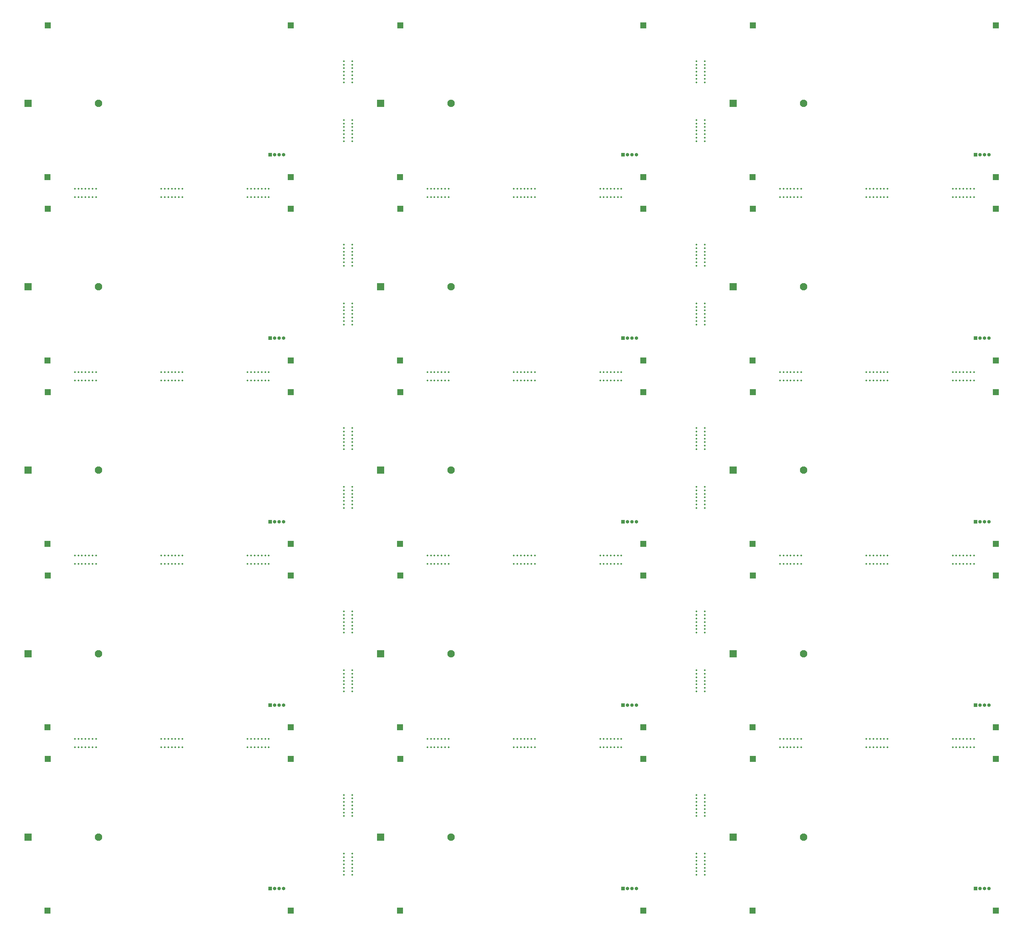
<source format=gbs>
%TF.GenerationSoftware,KiCad,Pcbnew,7.0.1-3b83917a11~171~ubuntu20.04.1*%
%TF.CreationDate,2023-10-26T02:31:41+02:00*%
%TF.ProjectId,panel_bottom,70616e65-6c5f-4626-9f74-746f6d2e6b69,rev?*%
%TF.SameCoordinates,Original*%
%TF.FileFunction,Soldermask,Bot*%
%TF.FilePolarity,Negative*%
%FSLAX46Y46*%
G04 Gerber Fmt 4.6, Leading zero omitted, Abs format (unit mm)*
G04 Created by KiCad (PCBNEW 7.0.1-3b83917a11~171~ubuntu20.04.1) date 2023-10-26 02:31:41*
%MOMM*%
%LPD*%
G01*
G04 APERTURE LIST*
%ADD10C,0.500000*%
%ADD11R,1.700000X1.700000*%
%ADD12R,2.100000X2.100000*%
%ADD13C,2.100000*%
%ADD14R,1.000000X1.000000*%
%ADD15O,1.000000X1.000000*%
G04 APERTURE END LIST*
D10*
%TO.C,KiKit_MB_15_4*%
X224000000Y-69800000D03*
%TD*%
%TO.C,KiKit_MB_64_1*%
X221000000Y-124200000D03*
%TD*%
%TO.C,KiKit_MB_108_6*%
X199700000Y-242666666D03*
%TD*%
%TO.C,KiKit_MB_94_3*%
X249500000Y-225800000D03*
%TD*%
%TO.C,KiKit_MB_43_7*%
X270000000Y-121800000D03*
%TD*%
%TO.C,KiKit_MB_97_2*%
X97300000Y-259333333D03*
%TD*%
%TO.C,KiKit_MB_32_2*%
X171000000Y-72200000D03*
%TD*%
%TO.C,KiKit_MB_68_5*%
X247500000Y-173800000D03*
%TD*%
%TO.C,KiKit_MB_98_7*%
X27000000Y-228200000D03*
%TD*%
%TO.C,KiKit_MB_29_7*%
X197300000Y-108333333D03*
%TD*%
%TO.C,KiKit_MB_90_5*%
X225000000Y-176200000D03*
%TD*%
%TO.C,KiKit_MB_42_1*%
X251500000Y-121800000D03*
%TD*%
%TO.C,KiKit_MB_53_2*%
X99700000Y-159333333D03*
%TD*%
%TO.C,KiKit_MB_95_3*%
X274000000Y-225800000D03*
%TD*%
%TO.C,KiKit_MB_87_6*%
X171000000Y-225800000D03*
%TD*%
%TO.C,KiKit_MB_89_4*%
X199700000Y-209333333D03*
%TD*%
%TO.C,KiKit_MB_62_1*%
X199700000Y-143666666D03*
%TD*%
%TO.C,KiKit_MB_46_6*%
X26000000Y-124200000D03*
%TD*%
%TO.C,KiKit_MB_79_4*%
X99700000Y-209333333D03*
%TD*%
%TO.C,KiKit_MB_67_1*%
X227000000Y-173800000D03*
%TD*%
%TO.C,KiKit_MB_88_2*%
X199700000Y-194666666D03*
%TD*%
%TO.C,KiKit_MB_70_6*%
X97300000Y-194666666D03*
%TD*%
%TO.C,KiKit_MB_77_5*%
X72000000Y-225800000D03*
%TD*%
%TO.C,KiKit_MB_37_7*%
X199700000Y-102333333D03*
%TD*%
%TO.C,KiKit_MB_62_4*%
X199700000Y-140666666D03*
%TD*%
%TO.C,KiKit_MB_86_2*%
X150500000Y-225800000D03*
%TD*%
%TO.C,KiKit_MB_61_7*%
X170000000Y-173800000D03*
%TD*%
%TO.C,KiKit_MB_12_5*%
X172000000Y-69800000D03*
%TD*%
%TO.C,KiKit_MB_28_3*%
X197300000Y-87666666D03*
%TD*%
%TO.C,KiKit_MB_96_3*%
X97300000Y-243666666D03*
%TD*%
%TO.C,KiKit_MB_36_3*%
X199700000Y-89666666D03*
%TD*%
%TO.C,KiKit_MB_51_4*%
X73000000Y-173800000D03*
%TD*%
%TO.C,KiKit_MB_58_5*%
X174000000Y-124200000D03*
%TD*%
%TO.C,KiKit_MB_13_1*%
X199700000Y-39666667D03*
%TD*%
%TO.C,KiKit_MB_105_5*%
X125000000Y-228200000D03*
%TD*%
%TO.C,KiKit_MB_88_7*%
X199700000Y-189666666D03*
%TD*%
%TO.C,KiKit_MB_90_1*%
X221000000Y-176200000D03*
%TD*%
%TO.C,KiKit_MB_103_4*%
X197300000Y-244666666D03*
%TD*%
%TO.C,KiKit_MB_15_3*%
X225000000Y-69800000D03*
%TD*%
%TO.C,KiKit_MB_100_6*%
X75000000Y-228200000D03*
%TD*%
%TO.C,KiKit_MB_73_6*%
X50500000Y-176200000D03*
%TD*%
%TO.C,KiKit_MB_77_1*%
X76000000Y-225800000D03*
%TD*%
%TO.C,KiKit_MB_13_3*%
X199700000Y-37666667D03*
%TD*%
%TO.C,KiKit_MB_32_1*%
X170000000Y-72200000D03*
%TD*%
%TO.C,KiKit_MB_36_5*%
X199700000Y-87666666D03*
%TD*%
%TO.C,KiKit_MB_53_3*%
X99700000Y-158333333D03*
%TD*%
%TO.C,KiKit_MB_111_3*%
X247500000Y-228200000D03*
%TD*%
%TO.C,KiKit_MB_90_3*%
X223000000Y-176200000D03*
%TD*%
%TO.C,KiKit_MB_110_5*%
X225000000Y-228200000D03*
%TD*%
%TO.C,KiKit_MB_9_2*%
X197300000Y-51333333D03*
%TD*%
%TO.C,KiKit_MB_93_2*%
X226000000Y-225800000D03*
%TD*%
%TO.C,KiKit_MB_71_4*%
X97300000Y-209333333D03*
%TD*%
%TO.C,KiKit_MB_83_6*%
X150500000Y-176200000D03*
%TD*%
%TO.C,KiKit_MB_41_7*%
X221000000Y-121800000D03*
%TD*%
%TO.C,KiKit_MB_3_6*%
X22000000Y-69800000D03*
%TD*%
%TO.C,KiKit_MB_29_6*%
X197300000Y-107333333D03*
%TD*%
%TO.C,KiKit_MB_33_7*%
X121000000Y-121800000D03*
%TD*%
%TO.C,KiKit_MB_107_4*%
X173000000Y-228200000D03*
%TD*%
%TO.C,KiKit_MB_11_7*%
X145500000Y-69800000D03*
%TD*%
%TO.C,KiKit_MB_93_1*%
X227000000Y-225800000D03*
%TD*%
%TO.C,KiKit_MB_79_6*%
X99700000Y-207333333D03*
%TD*%
%TO.C,KiKit_MB_16_6*%
X246500000Y-69800000D03*
%TD*%
%TO.C,KiKit_MB_24_7*%
X45500000Y-121800000D03*
%TD*%
%TO.C,KiKit_MB_38_4*%
X224000000Y-72200000D03*
%TD*%
%TO.C,KiKit_MB_74_5*%
X74000000Y-176200000D03*
%TD*%
%TO.C,KiKit_MB_84_1*%
X170000000Y-176200000D03*
%TD*%
%TO.C,KiKit_MB_39_3*%
X247500000Y-72200000D03*
%TD*%
%TO.C,KiKit_MB_4_7*%
X45500000Y-69800000D03*
%TD*%
%TO.C,KiKit_MB_1_4*%
X97300000Y-36666667D03*
%TD*%
%TO.C,KiKit_MB_46_1*%
X21000000Y-124200000D03*
%TD*%
%TO.C,KiKit_MB_86_5*%
X147500000Y-225800000D03*
%TD*%
%TO.C,KiKit_MB_21_2*%
X46500000Y-72200000D03*
%TD*%
%TO.C,KiKit_MB_40_7*%
X276000000Y-72200000D03*
%TD*%
%TO.C,KiKit_MB_4_1*%
X51500000Y-69800000D03*
%TD*%
%TO.C,KiKit_MB_49_2*%
X26000000Y-173800000D03*
%TD*%
%TO.C,KiKit_MB_7_3*%
X99700000Y-54333333D03*
%TD*%
%TO.C,KiKit_MB_32_6*%
X175000000Y-72200000D03*
%TD*%
%TO.C,KiKit_MB_90_7*%
X227000000Y-176200000D03*
%TD*%
%TO.C,KiKit_MB_85_7*%
X121000000Y-225800000D03*
%TD*%
%TO.C,KiKit_MB_78_4*%
X99700000Y-192666666D03*
%TD*%
%TO.C,KiKit_MB_106_1*%
X145500000Y-228200000D03*
%TD*%
%TO.C,KiKit_MB_35_7*%
X170000000Y-121800000D03*
%TD*%
%TO.C,KiKit_MB_48_4*%
X73000000Y-124200000D03*
%TD*%
%TO.C,KiKit_MB_42_5*%
X247500000Y-121800000D03*
%TD*%
%TO.C,KiKit_MB_78_7*%
X99700000Y-189666666D03*
%TD*%
%TO.C,KiKit_MB_58_7*%
X176000000Y-124200000D03*
%TD*%
%TO.C,KiKit_MB_59_6*%
X122000000Y-173800000D03*
%TD*%
%TO.C,KiKit_MB_38_3*%
X223000000Y-72200000D03*
%TD*%
%TO.C,KiKit_MB_45_7*%
X97300000Y-160333333D03*
%TD*%
%TO.C,KiKit_MB_72_1*%
X21000000Y-176200000D03*
%TD*%
%TO.C,KiKit_MB_64_4*%
X224000000Y-124200000D03*
%TD*%
%TO.C,KiKit_MB_6_3*%
X99700000Y-37666667D03*
%TD*%
%TO.C,KiKit_MB_109_7*%
X199700000Y-258333333D03*
%TD*%
%TO.C,KiKit_MB_13_7*%
X199700000Y-33666667D03*
%TD*%
%TO.C,KiKit_MB_88_4*%
X199700000Y-192666666D03*
%TD*%
%TO.C,KiKit_MB_7_4*%
X99700000Y-53333333D03*
%TD*%
%TO.C,KiKit_MB_86_6*%
X146500000Y-225800000D03*
%TD*%
%TO.C,KiKit_MB_43_4*%
X273000000Y-121800000D03*
%TD*%
%TO.C,KiKit_MB_66_2*%
X271000000Y-124200000D03*
%TD*%
%TO.C,KiKit_MB_105_6*%
X126000000Y-228200000D03*
%TD*%
%TO.C,KiKit_MB_103_1*%
X197300000Y-241666666D03*
%TD*%
%TO.C,KiKit_MB_60_6*%
X146500000Y-173800000D03*
%TD*%
%TO.C,KiKit_MB_98_2*%
X22000000Y-228200000D03*
%TD*%
%TO.C,KiKit_MB_40_1*%
X270000000Y-72200000D03*
%TD*%
%TO.C,KiKit_MB_79_3*%
X99700000Y-210333333D03*
%TD*%
%TO.C,KiKit_MB_15_7*%
X221000000Y-69800000D03*
%TD*%
%TO.C,KiKit_MB_86_3*%
X149500000Y-225800000D03*
%TD*%
%TO.C,KiKit_MB_107_3*%
X172000000Y-228200000D03*
%TD*%
%TO.C,KiKit_MB_75_1*%
X27000000Y-225800000D03*
%TD*%
%TO.C,KiKit_MB_110_2*%
X222000000Y-228200000D03*
%TD*%
%TO.C,KiKit_MB_31_7*%
X151500000Y-72200000D03*
%TD*%
%TO.C,KiKit_MB_63_1*%
X199700000Y-160333333D03*
%TD*%
%TO.C,KiKit_MB_48_2*%
X71000000Y-124200000D03*
%TD*%
%TO.C,KiKit_MB_89_6*%
X199700000Y-207333333D03*
%TD*%
%TO.C,KiKit_MB_30_7*%
X127000000Y-72200000D03*
%TD*%
D11*
%TO.C,J3*%
X213300000Y-179500000D03*
%TD*%
%TO.C,J3*%
X13300000Y-231500000D03*
%TD*%
%TO.C,J3*%
X113300000Y-231500000D03*
%TD*%
%TO.C,J3*%
X213300000Y-231500000D03*
%TD*%
%TO.C,J3*%
X13300000Y-23500000D03*
%TD*%
%TO.C,J3*%
X113300000Y-23500000D03*
%TD*%
%TO.C,J3*%
X213300000Y-23500000D03*
%TD*%
%TO.C,J3*%
X13300000Y-75500000D03*
%TD*%
%TO.C,J3*%
X113300000Y-75500000D03*
%TD*%
%TO.C,J3*%
X213300000Y-75500000D03*
%TD*%
%TO.C,J3*%
X13300000Y-127500000D03*
%TD*%
%TO.C,J3*%
X113300000Y-127500000D03*
%TD*%
%TO.C,J3*%
X213300000Y-127500000D03*
%TD*%
%TO.C,J3*%
X13300000Y-179500000D03*
%TD*%
%TO.C,J3*%
X113300000Y-179500000D03*
%TD*%
D10*
%TO.C,KiKit_MB_68_4*%
X248500000Y-173800000D03*
%TD*%
%TO.C,KiKit_MB_109_3*%
X199700000Y-262333333D03*
%TD*%
%TO.C,KiKit_MB_107_1*%
X170000000Y-228200000D03*
%TD*%
%TO.C,KiKit_MB_17_2*%
X275000000Y-69800000D03*
%TD*%
%TO.C,KiKit_MB_13_5*%
X199700000Y-35666667D03*
%TD*%
%TO.C,KiKit_MB_46_5*%
X25000000Y-124200000D03*
%TD*%
%TO.C,KiKit_MB_47_4*%
X48500000Y-124200000D03*
%TD*%
%TO.C,KiKit_MB_16_2*%
X250500000Y-69800000D03*
%TD*%
%TO.C,KiKit_MB_20_4*%
X24000000Y-72200000D03*
%TD*%
%TO.C,KiKit_MB_1_5*%
X97300000Y-37666667D03*
%TD*%
%TO.C,KiKit_MB_68_6*%
X246500000Y-173800000D03*
%TD*%
%TO.C,KiKit_MB_43_1*%
X276000000Y-121800000D03*
%TD*%
%TO.C,KiKit_MB_33_5*%
X123000000Y-121800000D03*
%TD*%
%TO.C,KiKit_MB_8_5*%
X197300000Y-37666667D03*
%TD*%
%TO.C,KiKit_MB_50_4*%
X48500000Y-173800000D03*
%TD*%
%TO.C,KiKit_MB_1_2*%
X97300000Y-34666667D03*
%TD*%
%TO.C,KiKit_MB_110_7*%
X227000000Y-228200000D03*
%TD*%
%TO.C,KiKit_MB_66_5*%
X274000000Y-124200000D03*
%TD*%
%TO.C,KiKit_MB_63_2*%
X199700000Y-159333333D03*
%TD*%
%TO.C,KiKit_MB_56_4*%
X124000000Y-124200000D03*
%TD*%
%TO.C,KiKit_MB_103_6*%
X197300000Y-246666666D03*
%TD*%
%TO.C,KiKit_MB_33_6*%
X122000000Y-121800000D03*
%TD*%
%TO.C,KiKit_MB_101_5*%
X99700000Y-243666666D03*
%TD*%
%TO.C,KiKit_MB_66_7*%
X276000000Y-124200000D03*
%TD*%
%TO.C,KiKit_MB_10_1*%
X127000000Y-69800000D03*
%TD*%
%TO.C,KiKit_MB_102_6*%
X99700000Y-259333333D03*
%TD*%
%TO.C,KiKit_MB_84_7*%
X176000000Y-176200000D03*
%TD*%
%TO.C,KiKit_MB_109_5*%
X199700000Y-260333333D03*
%TD*%
%TO.C,KiKit_MB_40_4*%
X273000000Y-72200000D03*
%TD*%
%TO.C,KiKit_MB_45_2*%
X97300000Y-155333333D03*
%TD*%
%TO.C,KiKit_MB_111_7*%
X251500000Y-228200000D03*
%TD*%
%TO.C,KiKit_MB_36_2*%
X199700000Y-90666666D03*
%TD*%
%TO.C,KiKit_MB_10_2*%
X126000000Y-69800000D03*
%TD*%
%TO.C,KiKit_MB_68_7*%
X245500000Y-173800000D03*
%TD*%
%TO.C,KiKit_MB_12_1*%
X176000000Y-69800000D03*
%TD*%
%TO.C,KiKit_MB_97_7*%
X97300000Y-264333333D03*
%TD*%
%TO.C,KiKit_MB_14_5*%
X199700000Y-52333333D03*
%TD*%
%TO.C,KiKit_MB_59_7*%
X121000000Y-173800000D03*
%TD*%
%TO.C,KiKit_MB_55_1*%
X197300000Y-154333333D03*
%TD*%
%TO.C,KiKit_MB_23_2*%
X26000000Y-121800000D03*
%TD*%
%TO.C,KiKit_MB_57_7*%
X151500000Y-124200000D03*
%TD*%
%TO.C,KiKit_MB_74_4*%
X73000000Y-176200000D03*
%TD*%
%TO.C,KiKit_MB_7_6*%
X99700000Y-51333333D03*
%TD*%
%TO.C,KiKit_MB_35_1*%
X176000000Y-121800000D03*
%TD*%
%TO.C,KiKit_MB_77_2*%
X75000000Y-225800000D03*
%TD*%
%TO.C,KiKit_MB_74_2*%
X71000000Y-176200000D03*
%TD*%
%TO.C,KiKit_MB_6_2*%
X99700000Y-38666667D03*
%TD*%
%TO.C,KiKit_MB_48_1*%
X70000000Y-124200000D03*
%TD*%
%TO.C,KiKit_MB_99_4*%
X48500000Y-228200000D03*
%TD*%
%TO.C,KiKit_MB_22_6*%
X75000000Y-72200000D03*
%TD*%
%TO.C,KiKit_MB_21_3*%
X47500000Y-72200000D03*
%TD*%
%TO.C,KiKit_MB_84_2*%
X171000000Y-176200000D03*
%TD*%
%TO.C,KiKit_MB_49_4*%
X24000000Y-173800000D03*
%TD*%
%TO.C,KiKit_MB_77_3*%
X74000000Y-225800000D03*
%TD*%
%TO.C,KiKit_MB_12_4*%
X173000000Y-69800000D03*
%TD*%
%TO.C,KiKit_MB_69_6*%
X271000000Y-173800000D03*
%TD*%
%TO.C,KiKit_MB_15_6*%
X222000000Y-69800000D03*
%TD*%
%TO.C,KiKit_MB_25_6*%
X71000000Y-121800000D03*
%TD*%
%TO.C,KiKit_MB_106_4*%
X148500000Y-228200000D03*
%TD*%
%TO.C,KiKit_MB_109_4*%
X199700000Y-261333333D03*
%TD*%
%TO.C,KiKit_MB_5_2*%
X75000000Y-69800000D03*
%TD*%
%TO.C,KiKit_MB_94_6*%
X246500000Y-225800000D03*
%TD*%
%TO.C,KiKit_MB_18_6*%
X97300000Y-90666666D03*
%TD*%
%TO.C,KiKit_MB_37_5*%
X199700000Y-104333333D03*
%TD*%
%TO.C,KiKit_MB_28_4*%
X197300000Y-88666666D03*
%TD*%
%TO.C,KiKit_MB_65_4*%
X248500000Y-124200000D03*
%TD*%
%TO.C,KiKit_MB_104_3*%
X197300000Y-260333333D03*
%TD*%
%TO.C,KiKit_MB_29_5*%
X197300000Y-106333333D03*
%TD*%
%TO.C,KiKit_MB_21_1*%
X45500000Y-72200000D03*
%TD*%
%TO.C,KiKit_MB_97_3*%
X97300000Y-260333333D03*
%TD*%
%TO.C,KiKit_MB_83_1*%
X145500000Y-176200000D03*
%TD*%
%TO.C,KiKit_MB_30_5*%
X125000000Y-72200000D03*
%TD*%
%TO.C,KiKit_MB_76_4*%
X48500000Y-225800000D03*
%TD*%
%TO.C,KiKit_MB_102_2*%
X99700000Y-263333333D03*
%TD*%
%TO.C,KiKit_MB_81_2*%
X197300000Y-207333333D03*
%TD*%
%TO.C,KiKit_MB_38_2*%
X222000000Y-72200000D03*
%TD*%
%TO.C,KiKit_MB_48_6*%
X75000000Y-124200000D03*
%TD*%
%TO.C,KiKit_MB_57_2*%
X146500000Y-124200000D03*
%TD*%
%TO.C,KiKit_MB_67_3*%
X225000000Y-173800000D03*
%TD*%
%TO.C,KiKit_MB_47_3*%
X47500000Y-124200000D03*
%TD*%
%TO.C,KiKit_MB_91_7*%
X251500000Y-176200000D03*
%TD*%
%TO.C,KiKit_MB_98_5*%
X25000000Y-228200000D03*
%TD*%
%TO.C,KiKit_MB_82_4*%
X124000000Y-176200000D03*
%TD*%
%TO.C,KiKit_MB_38_1*%
X221000000Y-72200000D03*
%TD*%
%TO.C,KiKit_MB_71_7*%
X97300000Y-212333333D03*
%TD*%
%TO.C,KiKit_MB_2_2*%
X97300000Y-51333333D03*
%TD*%
%TO.C,KiKit_MB_43_3*%
X274000000Y-121800000D03*
%TD*%
%TO.C,KiKit_MB_52_1*%
X99700000Y-143666666D03*
%TD*%
%TO.C,KiKit_MB_59_1*%
X127000000Y-173800000D03*
%TD*%
%TO.C,KiKit_MB_3_5*%
X23000000Y-69800000D03*
%TD*%
%TO.C,KiKit_MB_83_5*%
X149500000Y-176200000D03*
%TD*%
%TO.C,KiKit_MB_23_4*%
X24000000Y-121800000D03*
%TD*%
%TO.C,KiKit_MB_52_7*%
X99700000Y-137666666D03*
%TD*%
%TO.C,KiKit_MB_112_5*%
X274000000Y-228200000D03*
%TD*%
%TO.C,KiKit_MB_106_3*%
X147500000Y-228200000D03*
%TD*%
%TO.C,KiKit_MB_34_5*%
X147500000Y-121800000D03*
%TD*%
%TO.C,KiKit_MB_105_2*%
X122000000Y-228200000D03*
%TD*%
%TO.C,KiKit_MB_26_1*%
X99700000Y-91666666D03*
%TD*%
%TO.C,KiKit_MB_52_5*%
X99700000Y-139666666D03*
%TD*%
%TO.C,KiKit_MB_13_6*%
X199700000Y-34666667D03*
%TD*%
%TO.C,KiKit_MB_27_5*%
X99700000Y-104333333D03*
%TD*%
%TO.C,KiKit_MB_69_1*%
X276000000Y-173800000D03*
%TD*%
%TO.C,KiKit_MB_26_5*%
X99700000Y-87666666D03*
%TD*%
%TO.C,KiKit_MB_19_7*%
X97300000Y-108333333D03*
%TD*%
%TO.C,KiKit_MB_71_5*%
X97300000Y-210333333D03*
%TD*%
%TO.C,KiKit_MB_70_7*%
X97300000Y-195666666D03*
%TD*%
%TO.C,KiKit_MB_55_6*%
X197300000Y-159333333D03*
%TD*%
%TO.C,KiKit_MB_46_4*%
X24000000Y-124200000D03*
%TD*%
%TO.C,KiKit_MB_104_4*%
X197300000Y-261333333D03*
%TD*%
%TO.C,KiKit_MB_25_5*%
X72000000Y-121800000D03*
%TD*%
%TO.C,KiKit_MB_20_7*%
X27000000Y-72200000D03*
%TD*%
%TO.C,KiKit_MB_83_3*%
X147500000Y-176200000D03*
%TD*%
%TO.C,KiKit_MB_80_7*%
X197300000Y-195666666D03*
%TD*%
%TO.C,KiKit_MB_3_1*%
X27000000Y-69800000D03*
%TD*%
%TO.C,KiKit_MB_98_1*%
X21000000Y-228200000D03*
%TD*%
%TO.C,KiKit_MB_83_7*%
X151500000Y-176200000D03*
%TD*%
%TO.C,KiKit_MB_85_5*%
X123000000Y-225800000D03*
%TD*%
D11*
%TO.C,J8*%
X13200000Y-66500000D03*
%TD*%
%TO.C,J8*%
X113200000Y-66500000D03*
%TD*%
%TO.C,J8*%
X213200000Y-66500000D03*
%TD*%
%TO.C,J8*%
X13200000Y-118500000D03*
%TD*%
%TO.C,J8*%
X113200000Y-118500000D03*
%TD*%
%TO.C,J8*%
X213200000Y-118500000D03*
%TD*%
%TO.C,J8*%
X13200000Y-170500000D03*
%TD*%
%TO.C,J8*%
X113200000Y-170500000D03*
%TD*%
%TO.C,J8*%
X213200000Y-170500000D03*
%TD*%
%TO.C,J8*%
X13200000Y-222500000D03*
%TD*%
%TO.C,J8*%
X113200000Y-222500000D03*
%TD*%
%TO.C,J8*%
X213200000Y-222500000D03*
%TD*%
%TO.C,J8*%
X13200000Y-274500000D03*
%TD*%
%TO.C,J8*%
X113200000Y-274500000D03*
%TD*%
%TO.C,J8*%
X213200000Y-274500000D03*
%TD*%
D10*
%TO.C,KiKit_MB_35_2*%
X175000000Y-121800000D03*
%TD*%
%TO.C,KiKit_MB_54_7*%
X197300000Y-143666666D03*
%TD*%
%TO.C,KiKit_MB_97_4*%
X97300000Y-261333333D03*
%TD*%
%TO.C,KiKit_MB_11_4*%
X148500000Y-69800000D03*
%TD*%
%TO.C,KiKit_MB_95_2*%
X275000000Y-225800000D03*
%TD*%
%TO.C,KiKit_MB_5_1*%
X76000000Y-69800000D03*
%TD*%
%TO.C,KiKit_MB_93_4*%
X224000000Y-225800000D03*
%TD*%
%TO.C,KiKit_MB_35_3*%
X174000000Y-121800000D03*
%TD*%
%TO.C,KiKit_MB_50_6*%
X46500000Y-173800000D03*
%TD*%
%TO.C,KiKit_MB_12_7*%
X170000000Y-69800000D03*
%TD*%
%TO.C,KiKit_MB_22_2*%
X71000000Y-72200000D03*
%TD*%
%TO.C,KiKit_MB_51_3*%
X74000000Y-173800000D03*
%TD*%
%TO.C,KiKit_MB_98_4*%
X24000000Y-228200000D03*
%TD*%
%TO.C,KiKit_MB_77_7*%
X70000000Y-225800000D03*
%TD*%
%TO.C,KiKit_MB_63_7*%
X199700000Y-154333333D03*
%TD*%
%TO.C,KiKit_MB_17_7*%
X270000000Y-69800000D03*
%TD*%
%TO.C,KiKit_MB_16_7*%
X245500000Y-69800000D03*
%TD*%
%TO.C,KiKit_MB_50_1*%
X51500000Y-173800000D03*
%TD*%
%TO.C,KiKit_MB_64_2*%
X222000000Y-124200000D03*
%TD*%
%TO.C,KiKit_MB_112_6*%
X275000000Y-228200000D03*
%TD*%
%TO.C,KiKit_MB_95_4*%
X273000000Y-225800000D03*
%TD*%
%TO.C,KiKit_MB_41_3*%
X225000000Y-121800000D03*
%TD*%
%TO.C,KiKit_MB_74_7*%
X76000000Y-176200000D03*
%TD*%
%TO.C,KiKit_MB_85_1*%
X127000000Y-225800000D03*
%TD*%
%TO.C,KiKit_MB_97_6*%
X97300000Y-263333333D03*
%TD*%
%TO.C,KiKit_MB_52_6*%
X99700000Y-138666666D03*
%TD*%
%TO.C,KiKit_MB_2_7*%
X97300000Y-56333333D03*
%TD*%
%TO.C,KiKit_MB_82_2*%
X122000000Y-176200000D03*
%TD*%
%TO.C,KiKit_MB_4_2*%
X50500000Y-69800000D03*
%TD*%
%TO.C,KiKit_MB_67_6*%
X222000000Y-173800000D03*
%TD*%
%TO.C,KiKit_MB_102_1*%
X99700000Y-264333333D03*
%TD*%
%TO.C,KiKit_MB_25_4*%
X73000000Y-121800000D03*
%TD*%
D12*
%TO.C,BT1*%
X7731400Y-45618800D03*
D13*
X27731400Y-45618800D03*
%TD*%
D12*
%TO.C,BT1*%
X107731400Y-45618800D03*
D13*
X127731400Y-45618800D03*
%TD*%
D12*
%TO.C,BT1*%
X207731400Y-45618800D03*
D13*
X227731400Y-45618800D03*
%TD*%
D12*
%TO.C,BT1*%
X7731400Y-97618800D03*
D13*
X27731400Y-97618800D03*
%TD*%
D12*
%TO.C,BT1*%
X107731400Y-97618800D03*
D13*
X127731400Y-97618800D03*
%TD*%
D12*
%TO.C,BT1*%
X207731400Y-97618800D03*
D13*
X227731400Y-97618800D03*
%TD*%
D12*
%TO.C,BT1*%
X7731400Y-149618800D03*
D13*
X27731400Y-149618800D03*
%TD*%
D12*
%TO.C,BT1*%
X107731400Y-149618800D03*
D13*
X127731400Y-149618800D03*
%TD*%
D12*
%TO.C,BT1*%
X207731400Y-149618800D03*
D13*
X227731400Y-149618800D03*
%TD*%
D12*
%TO.C,BT1*%
X7731400Y-201618800D03*
D13*
X27731400Y-201618800D03*
%TD*%
D12*
%TO.C,BT1*%
X107731400Y-201618800D03*
D13*
X127731400Y-201618800D03*
%TD*%
D12*
%TO.C,BT1*%
X207731400Y-201618800D03*
D13*
X227731400Y-201618800D03*
%TD*%
D12*
%TO.C,BT1*%
X7731400Y-253618800D03*
D13*
X27731400Y-253618800D03*
%TD*%
D12*
%TO.C,BT1*%
X107731400Y-253618800D03*
D13*
X127731400Y-253618800D03*
%TD*%
D12*
%TO.C,BT1*%
X207731400Y-253618800D03*
D13*
X227731400Y-253618800D03*
%TD*%
D10*
%TO.C,KiKit_MB_14_6*%
X199700000Y-51333333D03*
%TD*%
%TO.C,KiKit_MB_86_4*%
X148500000Y-225800000D03*
%TD*%
%TO.C,KiKit_MB_42_6*%
X246500000Y-121800000D03*
%TD*%
%TO.C,KiKit_MB_13_4*%
X199700000Y-36666667D03*
%TD*%
%TO.C,KiKit_MB_7_1*%
X99700000Y-56333333D03*
%TD*%
%TO.C,KiKit_MB_28_1*%
X197300000Y-85666666D03*
%TD*%
%TO.C,KiKit_MB_80_3*%
X197300000Y-191666666D03*
%TD*%
%TO.C,KiKit_MB_82_6*%
X126000000Y-176200000D03*
%TD*%
%TO.C,KiKit_MB_25_2*%
X75000000Y-121800000D03*
%TD*%
%TO.C,KiKit_MB_29_3*%
X197300000Y-104333333D03*
%TD*%
%TO.C,KiKit_MB_16_1*%
X251500000Y-69800000D03*
%TD*%
%TO.C,KiKit_MB_54_1*%
X197300000Y-137666666D03*
%TD*%
%TO.C,KiKit_MB_3_7*%
X21000000Y-69800000D03*
%TD*%
%TO.C,KiKit_MB_34_3*%
X149500000Y-121800000D03*
%TD*%
%TO.C,KiKit_MB_26_4*%
X99700000Y-88666666D03*
%TD*%
%TO.C,KiKit_MB_37_1*%
X199700000Y-108333333D03*
%TD*%
%TO.C,KiKit_MB_30_6*%
X126000000Y-72200000D03*
%TD*%
%TO.C,KiKit_MB_58_2*%
X171000000Y-124200000D03*
%TD*%
%TO.C,KiKit_MB_52_2*%
X99700000Y-142666666D03*
%TD*%
%TO.C,KiKit_MB_66_1*%
X270000000Y-124200000D03*
%TD*%
%TO.C,KiKit_MB_23_7*%
X21000000Y-121800000D03*
%TD*%
%TO.C,KiKit_MB_112_1*%
X270000000Y-228200000D03*
%TD*%
%TO.C,KiKit_MB_94_7*%
X245500000Y-225800000D03*
%TD*%
%TO.C,KiKit_MB_96_7*%
X97300000Y-247666666D03*
%TD*%
%TO.C,KiKit_MB_50_2*%
X50500000Y-173800000D03*
%TD*%
%TO.C,KiKit_MB_97_1*%
X97300000Y-258333333D03*
%TD*%
%TO.C,KiKit_MB_84_4*%
X173000000Y-176200000D03*
%TD*%
%TO.C,KiKit_MB_8_1*%
X197300000Y-33666667D03*
%TD*%
%TO.C,KiKit_MB_100_5*%
X74000000Y-228200000D03*
%TD*%
%TO.C,KiKit_MB_111_4*%
X248500000Y-228200000D03*
%TD*%
%TO.C,KiKit_MB_6_6*%
X99700000Y-34666667D03*
%TD*%
%TO.C,KiKit_MB_38_5*%
X225000000Y-72200000D03*
%TD*%
%TO.C,KiKit_MB_8_4*%
X197300000Y-36666667D03*
%TD*%
%TO.C,KiKit_MB_48_3*%
X72000000Y-124200000D03*
%TD*%
%TO.C,KiKit_MB_67_5*%
X223000000Y-173800000D03*
%TD*%
%TO.C,KiKit_MB_20_2*%
X22000000Y-72200000D03*
%TD*%
%TO.C,KiKit_MB_44_4*%
X97300000Y-140666666D03*
%TD*%
%TO.C,KiKit_MB_39_2*%
X246500000Y-72200000D03*
%TD*%
%TO.C,KiKit_MB_34_4*%
X148500000Y-121800000D03*
%TD*%
%TO.C,KiKit_MB_110_3*%
X223000000Y-228200000D03*
%TD*%
%TO.C,KiKit_MB_47_5*%
X49500000Y-124200000D03*
%TD*%
%TO.C,KiKit_MB_47_2*%
X46500000Y-124200000D03*
%TD*%
%TO.C,KiKit_MB_51_6*%
X71000000Y-173800000D03*
%TD*%
%TO.C,KiKit_MB_32_5*%
X174000000Y-72200000D03*
%TD*%
%TO.C,KiKit_MB_69_2*%
X275000000Y-173800000D03*
%TD*%
%TO.C,KiKit_MB_17_3*%
X274000000Y-69800000D03*
%TD*%
%TO.C,KiKit_MB_7_7*%
X99700000Y-50333333D03*
%TD*%
%TO.C,KiKit_MB_40_6*%
X275000000Y-72200000D03*
%TD*%
%TO.C,KiKit_MB_91_3*%
X247500000Y-176200000D03*
%TD*%
%TO.C,KiKit_MB_60_5*%
X147500000Y-173800000D03*
%TD*%
%TO.C,KiKit_MB_65_2*%
X246500000Y-124200000D03*
%TD*%
%TO.C,KiKit_MB_99_6*%
X50500000Y-228200000D03*
%TD*%
%TO.C,KiKit_MB_1_1*%
X97300000Y-33666667D03*
%TD*%
%TO.C,KiKit_MB_12_2*%
X175000000Y-69800000D03*
%TD*%
%TO.C,KiKit_MB_58_4*%
X173000000Y-124200000D03*
%TD*%
%TO.C,KiKit_MB_95_7*%
X270000000Y-225800000D03*
%TD*%
%TO.C,KiKit_MB_5_7*%
X70000000Y-69800000D03*
%TD*%
%TO.C,KiKit_MB_41_1*%
X227000000Y-121800000D03*
%TD*%
%TO.C,KiKit_MB_76_2*%
X50500000Y-225800000D03*
%TD*%
%TO.C,KiKit_MB_10_6*%
X122000000Y-69800000D03*
%TD*%
%TO.C,KiKit_MB_84_3*%
X172000000Y-176200000D03*
%TD*%
%TO.C,KiKit_MB_4_6*%
X46500000Y-69800000D03*
%TD*%
%TO.C,KiKit_MB_77_6*%
X71000000Y-225800000D03*
%TD*%
%TO.C,KiKit_MB_110_1*%
X221000000Y-228200000D03*
%TD*%
%TO.C,KiKit_MB_88_5*%
X199700000Y-191666666D03*
%TD*%
%TO.C,KiKit_MB_60_2*%
X150500000Y-173800000D03*
%TD*%
%TO.C,KiKit_MB_88_6*%
X199700000Y-190666666D03*
%TD*%
%TO.C,KiKit_MB_78_1*%
X99700000Y-195666666D03*
%TD*%
%TO.C,KiKit_MB_2_6*%
X97300000Y-55333333D03*
%TD*%
%TO.C,KiKit_MB_112_4*%
X273000000Y-228200000D03*
%TD*%
%TO.C,KiKit_MB_23_3*%
X25000000Y-121800000D03*
%TD*%
%TO.C,KiKit_MB_1_3*%
X97300000Y-35666667D03*
%TD*%
%TO.C,KiKit_MB_74_1*%
X70000000Y-176200000D03*
%TD*%
%TO.C,KiKit_MB_62_7*%
X199700000Y-137666666D03*
%TD*%
%TO.C,KiKit_MB_44_1*%
X97300000Y-137666666D03*
%TD*%
%TO.C,KiKit_MB_51_2*%
X75000000Y-173800000D03*
%TD*%
%TO.C,KiKit_MB_92_1*%
X270000000Y-176200000D03*
%TD*%
%TO.C,KiKit_MB_73_5*%
X49500000Y-176200000D03*
%TD*%
%TO.C,KiKit_MB_87_4*%
X173000000Y-225800000D03*
%TD*%
%TO.C,KiKit_MB_24_1*%
X51500000Y-121800000D03*
%TD*%
%TO.C,KiKit_MB_97_5*%
X97300000Y-262333333D03*
%TD*%
%TO.C,KiKit_MB_49_1*%
X27000000Y-173800000D03*
%TD*%
%TO.C,KiKit_MB_107_7*%
X176000000Y-228200000D03*
%TD*%
%TO.C,KiKit_MB_28_7*%
X197300000Y-91666666D03*
%TD*%
%TO.C,KiKit_MB_101_1*%
X99700000Y-247666666D03*
%TD*%
%TO.C,KiKit_MB_23_6*%
X22000000Y-121800000D03*
%TD*%
%TO.C,KiKit_MB_45_5*%
X97300000Y-158333333D03*
%TD*%
%TO.C,KiKit_MB_100_2*%
X71000000Y-228200000D03*
%TD*%
%TO.C,KiKit_MB_73_2*%
X46500000Y-176200000D03*
%TD*%
%TO.C,KiKit_MB_99_3*%
X47500000Y-228200000D03*
%TD*%
%TO.C,KiKit_MB_10_3*%
X125000000Y-69800000D03*
%TD*%
%TO.C,KiKit_MB_41_4*%
X224000000Y-121800000D03*
%TD*%
%TO.C,KiKit_MB_21_5*%
X49500000Y-72200000D03*
%TD*%
%TO.C,KiKit_MB_66_6*%
X275000000Y-124200000D03*
%TD*%
%TO.C,KiKit_MB_54_6*%
X197300000Y-142666666D03*
%TD*%
%TO.C,KiKit_MB_61_2*%
X175000000Y-173800000D03*
%TD*%
%TO.C,KiKit_MB_20_5*%
X25000000Y-72200000D03*
%TD*%
%TO.C,KiKit_MB_37_2*%
X199700000Y-107333333D03*
%TD*%
%TO.C,KiKit_MB_73_3*%
X47500000Y-176200000D03*
%TD*%
%TO.C,KiKit_MB_21_7*%
X51500000Y-72200000D03*
%TD*%
%TO.C,KiKit_MB_81_7*%
X197300000Y-212333333D03*
%TD*%
%TO.C,KiKit_MB_89_5*%
X199700000Y-208333333D03*
%TD*%
%TO.C,KiKit_MB_71_2*%
X97300000Y-207333333D03*
%TD*%
%TO.C,KiKit_MB_44_7*%
X97300000Y-143666666D03*
%TD*%
%TO.C,KiKit_MB_60_4*%
X148500000Y-173800000D03*
%TD*%
%TO.C,KiKit_MB_24_4*%
X48500000Y-121800000D03*
%TD*%
%TO.C,KiKit_MB_44_2*%
X97300000Y-138666666D03*
%TD*%
%TO.C,KiKit_MB_51_1*%
X76000000Y-173800000D03*
%TD*%
%TO.C,KiKit_MB_62_3*%
X199700000Y-141666666D03*
%TD*%
%TO.C,KiKit_MB_96_5*%
X97300000Y-245666666D03*
%TD*%
%TO.C,KiKit_MB_72_6*%
X26000000Y-176200000D03*
%TD*%
%TO.C,KiKit_MB_7_5*%
X99700000Y-52333333D03*
%TD*%
%TO.C,KiKit_MB_53_1*%
X99700000Y-160333333D03*
%TD*%
%TO.C,KiKit_MB_94_2*%
X250500000Y-225800000D03*
%TD*%
%TO.C,KiKit_MB_95_6*%
X271000000Y-225800000D03*
%TD*%
%TO.C,KiKit_MB_30_1*%
X121000000Y-72200000D03*
%TD*%
%TO.C,KiKit_MB_103_3*%
X197300000Y-243666666D03*
%TD*%
%TO.C,KiKit_MB_11_6*%
X146500000Y-69800000D03*
%TD*%
%TO.C,KiKit_MB_101_6*%
X99700000Y-242666666D03*
%TD*%
%TO.C,KiKit_MB_74_6*%
X75000000Y-176200000D03*
%TD*%
%TO.C,KiKit_MB_61_3*%
X174000000Y-173800000D03*
%TD*%
%TO.C,KiKit_MB_18_3*%
X97300000Y-87666666D03*
%TD*%
%TO.C,KiKit_MB_51_5*%
X72000000Y-173800000D03*
%TD*%
%TO.C,KiKit_MB_19_4*%
X97300000Y-105333333D03*
%TD*%
%TO.C,KiKit_MB_67_4*%
X224000000Y-173800000D03*
%TD*%
%TO.C,KiKit_MB_28_6*%
X197300000Y-90666666D03*
%TD*%
%TO.C,KiKit_MB_31_5*%
X149500000Y-72200000D03*
%TD*%
%TO.C,KiKit_MB_41_2*%
X226000000Y-121800000D03*
%TD*%
%TO.C,KiKit_MB_26_7*%
X99700000Y-85666666D03*
%TD*%
%TO.C,KiKit_MB_91_5*%
X249500000Y-176200000D03*
%TD*%
%TO.C,KiKit_MB_99_1*%
X45500000Y-228200000D03*
%TD*%
%TO.C,KiKit_MB_101_4*%
X99700000Y-244666666D03*
%TD*%
%TO.C,KiKit_MB_78_5*%
X99700000Y-191666666D03*
%TD*%
%TO.C,KiKit_MB_63_3*%
X199700000Y-158333333D03*
%TD*%
%TO.C,KiKit_MB_55_2*%
X197300000Y-155333333D03*
%TD*%
%TO.C,KiKit_MB_89_7*%
X199700000Y-206333333D03*
%TD*%
%TO.C,KiKit_MB_111_5*%
X249500000Y-228200000D03*
%TD*%
%TO.C,KiKit_MB_99_2*%
X46500000Y-228200000D03*
%TD*%
%TO.C,KiKit_MB_92_4*%
X273000000Y-176200000D03*
%TD*%
%TO.C,KiKit_MB_26_6*%
X99700000Y-86666666D03*
%TD*%
%TO.C,KiKit_MB_108_2*%
X199700000Y-246666666D03*
%TD*%
%TO.C,KiKit_MB_69_4*%
X273000000Y-173800000D03*
%TD*%
%TO.C,KiKit_MB_34_6*%
X146500000Y-121800000D03*
%TD*%
%TO.C,KiKit_MB_30_3*%
X123000000Y-72200000D03*
%TD*%
%TO.C,KiKit_MB_80_2*%
X197300000Y-190666666D03*
%TD*%
%TO.C,KiKit_MB_10_4*%
X124000000Y-69800000D03*
%TD*%
%TO.C,KiKit_MB_76_7*%
X45500000Y-225800000D03*
%TD*%
%TO.C,KiKit_MB_11_3*%
X149500000Y-69800000D03*
%TD*%
%TO.C,KiKit_MB_78_6*%
X99700000Y-190666666D03*
%TD*%
%TO.C,KiKit_MB_111_6*%
X250500000Y-228200000D03*
%TD*%
%TO.C,KiKit_MB_28_5*%
X197300000Y-89666666D03*
%TD*%
%TO.C,KiKit_MB_26_3*%
X99700000Y-89666666D03*
%TD*%
%TO.C,KiKit_MB_45_3*%
X97300000Y-156333333D03*
%TD*%
%TO.C,KiKit_MB_63_5*%
X199700000Y-156333333D03*
%TD*%
%TO.C,KiKit_MB_92_2*%
X271000000Y-176200000D03*
%TD*%
%TO.C,KiKit_MB_107_2*%
X171000000Y-228200000D03*
%TD*%
%TO.C,KiKit_MB_90_2*%
X222000000Y-176200000D03*
%TD*%
%TO.C,KiKit_MB_37_3*%
X199700000Y-106333333D03*
%TD*%
%TO.C,KiKit_MB_91_1*%
X245500000Y-176200000D03*
%TD*%
%TO.C,KiKit_MB_49_3*%
X25000000Y-173800000D03*
%TD*%
%TO.C,KiKit_MB_104_1*%
X197300000Y-258333333D03*
%TD*%
%TO.C,KiKit_MB_61_1*%
X176000000Y-173800000D03*
%TD*%
%TO.C,KiKit_MB_16_4*%
X248500000Y-69800000D03*
%TD*%
D11*
%TO.C,J6*%
X82200000Y-23500000D03*
%TD*%
%TO.C,J6*%
X182200000Y-23500000D03*
%TD*%
%TO.C,J6*%
X282200000Y-23500000D03*
%TD*%
%TO.C,J6*%
X82200000Y-75500000D03*
%TD*%
%TO.C,J6*%
X182200000Y-75500000D03*
%TD*%
%TO.C,J6*%
X282200000Y-75500000D03*
%TD*%
%TO.C,J6*%
X82200000Y-127500000D03*
%TD*%
%TO.C,J6*%
X182200000Y-127500000D03*
%TD*%
%TO.C,J6*%
X282200000Y-127500000D03*
%TD*%
%TO.C,J6*%
X82200000Y-179500000D03*
%TD*%
%TO.C,J6*%
X182200000Y-179500000D03*
%TD*%
%TO.C,J6*%
X282200000Y-179500000D03*
%TD*%
%TO.C,J6*%
X82200000Y-231500000D03*
%TD*%
%TO.C,J6*%
X182200000Y-231500000D03*
%TD*%
%TO.C,J6*%
X282200000Y-231500000D03*
%TD*%
D10*
%TO.C,KiKit_MB_33_3*%
X125000000Y-121800000D03*
%TD*%
%TO.C,KiKit_MB_71_6*%
X97300000Y-211333333D03*
%TD*%
%TO.C,KiKit_MB_10_7*%
X121000000Y-69800000D03*
%TD*%
%TO.C,KiKit_MB_81_5*%
X197300000Y-210333333D03*
%TD*%
%TO.C,KiKit_MB_30_2*%
X122000000Y-72200000D03*
%TD*%
%TO.C,KiKit_MB_8_2*%
X197300000Y-34666667D03*
%TD*%
%TO.C,KiKit_MB_42_2*%
X250500000Y-121800000D03*
%TD*%
%TO.C,KiKit_MB_99_7*%
X51500000Y-228200000D03*
%TD*%
%TO.C,KiKit_MB_66_4*%
X273000000Y-124200000D03*
%TD*%
%TO.C,KiKit_MB_65_7*%
X251500000Y-124200000D03*
%TD*%
%TO.C,KiKit_MB_75_3*%
X25000000Y-225800000D03*
%TD*%
%TO.C,KiKit_MB_83_2*%
X146500000Y-176200000D03*
%TD*%
%TO.C,KiKit_MB_67_2*%
X226000000Y-173800000D03*
%TD*%
%TO.C,KiKit_MB_49_7*%
X21000000Y-173800000D03*
%TD*%
%TO.C,KiKit_MB_60_7*%
X145500000Y-173800000D03*
%TD*%
%TO.C,KiKit_MB_112_3*%
X272000000Y-228200000D03*
%TD*%
%TO.C,KiKit_MB_4_3*%
X49500000Y-69800000D03*
%TD*%
%TO.C,KiKit_MB_93_6*%
X222000000Y-225800000D03*
%TD*%
%TO.C,KiKit_MB_56_1*%
X121000000Y-124200000D03*
%TD*%
%TO.C,KiKit_MB_56_6*%
X126000000Y-124200000D03*
%TD*%
%TO.C,KiKit_MB_78_3*%
X99700000Y-193666666D03*
%TD*%
%TO.C,KiKit_MB_31_2*%
X146500000Y-72200000D03*
%TD*%
%TO.C,KiKit_MB_108_4*%
X199700000Y-244666666D03*
%TD*%
%TO.C,KiKit_MB_27_3*%
X99700000Y-106333333D03*
%TD*%
%TO.C,KiKit_MB_75_2*%
X26000000Y-225800000D03*
%TD*%
%TO.C,KiKit_MB_88_3*%
X199700000Y-193666666D03*
%TD*%
%TO.C,KiKit_MB_33_2*%
X126000000Y-121800000D03*
%TD*%
%TO.C,KiKit_MB_24_5*%
X47500000Y-121800000D03*
%TD*%
%TO.C,KiKit_MB_11_1*%
X151500000Y-69800000D03*
%TD*%
%TO.C,KiKit_MB_25_1*%
X76000000Y-121800000D03*
%TD*%
%TO.C,KiKit_MB_70_4*%
X97300000Y-192666666D03*
%TD*%
%TO.C,KiKit_MB_33_4*%
X124000000Y-121800000D03*
%TD*%
%TO.C,KiKit_MB_85_4*%
X124000000Y-225800000D03*
%TD*%
%TO.C,KiKit_MB_49_6*%
X22000000Y-173800000D03*
%TD*%
%TO.C,KiKit_MB_8_3*%
X197300000Y-35666667D03*
%TD*%
%TO.C,KiKit_MB_106_5*%
X149500000Y-228200000D03*
%TD*%
%TO.C,KiKit_MB_87_7*%
X170000000Y-225800000D03*
%TD*%
%TO.C,KiKit_MB_55_5*%
X197300000Y-158333333D03*
%TD*%
%TO.C,KiKit_MB_109_6*%
X199700000Y-259333333D03*
%TD*%
%TO.C,KiKit_MB_69_3*%
X274000000Y-173800000D03*
%TD*%
%TO.C,KiKit_MB_37_4*%
X199700000Y-105333333D03*
%TD*%
%TO.C,KiKit_MB_88_1*%
X199700000Y-195666666D03*
%TD*%
%TO.C,KiKit_MB_100_3*%
X72000000Y-228200000D03*
%TD*%
%TO.C,KiKit_MB_75_4*%
X24000000Y-225800000D03*
%TD*%
%TO.C,KiKit_MB_94_1*%
X251500000Y-225800000D03*
%TD*%
%TO.C,KiKit_MB_91_2*%
X246500000Y-176200000D03*
%TD*%
%TO.C,KiKit_MB_85_2*%
X126000000Y-225800000D03*
%TD*%
%TO.C,KiKit_MB_76_6*%
X46500000Y-225800000D03*
%TD*%
%TO.C,KiKit_MB_25_3*%
X74000000Y-121800000D03*
%TD*%
%TO.C,KiKit_MB_73_1*%
X45500000Y-176200000D03*
%TD*%
%TO.C,KiKit_MB_71_3*%
X97300000Y-208333333D03*
%TD*%
%TO.C,KiKit_MB_15_5*%
X223000000Y-69800000D03*
%TD*%
%TO.C,KiKit_MB_49_5*%
X23000000Y-173800000D03*
%TD*%
%TO.C,KiKit_MB_35_5*%
X172000000Y-121800000D03*
%TD*%
%TO.C,KiKit_MB_81_1*%
X197300000Y-206333333D03*
%TD*%
%TO.C,KiKit_MB_42_7*%
X245500000Y-121800000D03*
%TD*%
%TO.C,KiKit_MB_29_4*%
X197300000Y-105333333D03*
%TD*%
%TO.C,KiKit_MB_103_5*%
X197300000Y-245666666D03*
%TD*%
%TO.C,KiKit_MB_110_4*%
X224000000Y-228200000D03*
%TD*%
%TO.C,KiKit_MB_96_6*%
X97300000Y-246666666D03*
%TD*%
%TO.C,KiKit_MB_31_4*%
X148500000Y-72200000D03*
%TD*%
%TO.C,KiKit_MB_112_2*%
X271000000Y-228200000D03*
%TD*%
%TO.C,KiKit_MB_45_6*%
X97300000Y-159333333D03*
%TD*%
%TO.C,KiKit_MB_100_4*%
X73000000Y-228200000D03*
%TD*%
%TO.C,KiKit_MB_43_2*%
X275000000Y-121800000D03*
%TD*%
%TO.C,KiKit_MB_86_7*%
X145500000Y-225800000D03*
%TD*%
%TO.C,KiKit_MB_82_7*%
X127000000Y-176200000D03*
%TD*%
%TO.C,KiKit_MB_44_6*%
X97300000Y-142666666D03*
%TD*%
%TO.C,KiKit_MB_11_5*%
X147500000Y-69800000D03*
%TD*%
%TO.C,KiKit_MB_64_3*%
X223000000Y-124200000D03*
%TD*%
%TO.C,KiKit_MB_92_5*%
X274000000Y-176200000D03*
%TD*%
%TO.C,KiKit_MB_64_6*%
X226000000Y-124200000D03*
%TD*%
%TO.C,KiKit_MB_82_3*%
X123000000Y-176200000D03*
%TD*%
%TO.C,KiKit_MB_3_3*%
X25000000Y-69800000D03*
%TD*%
%TO.C,KiKit_MB_47_1*%
X45500000Y-124200000D03*
%TD*%
%TO.C,KiKit_MB_106_7*%
X151500000Y-228200000D03*
%TD*%
%TO.C,KiKit_MB_78_2*%
X99700000Y-194666666D03*
%TD*%
%TO.C,KiKit_MB_22_4*%
X73000000Y-72200000D03*
%TD*%
%TO.C,KiKit_MB_2_4*%
X97300000Y-53333333D03*
%TD*%
%TO.C,KiKit_MB_18_1*%
X97300000Y-85666666D03*
%TD*%
%TO.C,KiKit_MB_17_5*%
X272000000Y-69800000D03*
%TD*%
%TO.C,KiKit_MB_17_6*%
X271000000Y-69800000D03*
%TD*%
%TO.C,KiKit_MB_86_1*%
X151500000Y-225800000D03*
%TD*%
%TO.C,KiKit_MB_58_6*%
X175000000Y-124200000D03*
%TD*%
%TO.C,KiKit_MB_13_2*%
X199700000Y-38666667D03*
%TD*%
%TO.C,KiKit_MB_4_5*%
X47500000Y-69800000D03*
%TD*%
%TO.C,KiKit_MB_55_3*%
X197300000Y-156333333D03*
%TD*%
%TO.C,KiKit_MB_102_5*%
X99700000Y-260333333D03*
%TD*%
%TO.C,KiKit_MB_34_1*%
X151500000Y-121800000D03*
%TD*%
%TO.C,KiKit_MB_72_4*%
X24000000Y-176200000D03*
%TD*%
%TO.C,KiKit_MB_55_7*%
X197300000Y-160333333D03*
%TD*%
%TO.C,KiKit_MB_5_6*%
X71000000Y-69800000D03*
%TD*%
%TO.C,KiKit_MB_80_5*%
X197300000Y-193666666D03*
%TD*%
%TO.C,KiKit_MB_87_5*%
X172000000Y-225800000D03*
%TD*%
%TO.C,KiKit_MB_102_7*%
X99700000Y-258333333D03*
%TD*%
%TO.C,KiKit_MB_66_3*%
X272000000Y-124200000D03*
%TD*%
%TO.C,KiKit_MB_87_2*%
X175000000Y-225800000D03*
%TD*%
%TO.C,KiKit_MB_46_2*%
X22000000Y-124200000D03*
%TD*%
%TO.C,KiKit_MB_9_5*%
X197300000Y-54333333D03*
%TD*%
%TO.C,KiKit_MB_20_1*%
X21000000Y-72200000D03*
%TD*%
%TO.C,KiKit_MB_22_3*%
X72000000Y-72200000D03*
%TD*%
%TO.C,KiKit_MB_9_1*%
X197300000Y-50333333D03*
%TD*%
%TO.C,KiKit_MB_44_5*%
X97300000Y-141666666D03*
%TD*%
%TO.C,KiKit_MB_92_6*%
X275000000Y-176200000D03*
%TD*%
%TO.C,KiKit_MB_68_3*%
X249500000Y-173800000D03*
%TD*%
%TO.C,KiKit_MB_108_5*%
X199700000Y-243666666D03*
%TD*%
%TO.C,KiKit_MB_40_5*%
X274000000Y-72200000D03*
%TD*%
%TO.C,KiKit_MB_92_3*%
X272000000Y-176200000D03*
%TD*%
%TO.C,KiKit_MB_108_1*%
X199700000Y-247666666D03*
%TD*%
%TO.C,KiKit_MB_23_1*%
X27000000Y-121800000D03*
%TD*%
%TO.C,KiKit_MB_76_5*%
X47500000Y-225800000D03*
%TD*%
%TO.C,KiKit_MB_10_5*%
X123000000Y-69800000D03*
%TD*%
%TO.C,KiKit_MB_17_1*%
X276000000Y-69800000D03*
%TD*%
%TO.C,KiKit_MB_59_5*%
X123000000Y-173800000D03*
%TD*%
%TO.C,KiKit_MB_28_2*%
X197300000Y-86666666D03*
%TD*%
%TO.C,KiKit_MB_96_2*%
X97300000Y-242666666D03*
%TD*%
%TO.C,KiKit_MB_3_2*%
X26000000Y-69800000D03*
%TD*%
%TO.C,KiKit_MB_47_7*%
X51500000Y-124200000D03*
%TD*%
%TO.C,KiKit_MB_59_2*%
X126000000Y-173800000D03*
%TD*%
%TO.C,KiKit_MB_35_4*%
X173000000Y-121800000D03*
%TD*%
%TO.C,KiKit_MB_27_1*%
X99700000Y-108333333D03*
%TD*%
%TO.C,KiKit_MB_38_6*%
X226000000Y-72200000D03*
%TD*%
%TO.C,KiKit_MB_39_6*%
X250500000Y-72200000D03*
%TD*%
%TO.C,KiKit_MB_27_6*%
X99700000Y-103333333D03*
%TD*%
%TO.C,KiKit_MB_26_2*%
X99700000Y-90666666D03*
%TD*%
%TO.C,KiKit_MB_18_4*%
X97300000Y-88666666D03*
%TD*%
%TO.C,KiKit_MB_107_6*%
X175000000Y-228200000D03*
%TD*%
%TO.C,KiKit_MB_15_1*%
X227000000Y-69800000D03*
%TD*%
%TO.C,KiKit_MB_57_1*%
X145500000Y-124200000D03*
%TD*%
%TO.C,KiKit_MB_50_5*%
X47500000Y-173800000D03*
%TD*%
%TO.C,KiKit_MB_18_7*%
X97300000Y-91666666D03*
%TD*%
%TO.C,KiKit_MB_19_1*%
X97300000Y-102333333D03*
%TD*%
%TO.C,KiKit_MB_39_5*%
X249500000Y-72200000D03*
%TD*%
%TO.C,KiKit_MB_31_1*%
X145500000Y-72200000D03*
%TD*%
%TO.C,KiKit_MB_45_1*%
X97300000Y-154333333D03*
%TD*%
%TO.C,KiKit_MB_75_6*%
X22000000Y-225800000D03*
%TD*%
%TO.C,KiKit_MB_42_4*%
X248500000Y-121800000D03*
%TD*%
%TO.C,KiKit_MB_70_3*%
X97300000Y-191666666D03*
%TD*%
%TO.C,KiKit_MB_17_4*%
X273000000Y-69800000D03*
%TD*%
%TO.C,KiKit_MB_80_6*%
X197300000Y-194666666D03*
%TD*%
%TO.C,KiKit_MB_18_2*%
X97300000Y-86666666D03*
%TD*%
%TO.C,KiKit_MB_64_5*%
X225000000Y-124200000D03*
%TD*%
%TO.C,KiKit_MB_69_7*%
X270000000Y-173800000D03*
%TD*%
%TO.C,KiKit_MB_32_3*%
X172000000Y-72200000D03*
%TD*%
%TO.C,KiKit_MB_37_6*%
X199700000Y-103333333D03*
%TD*%
%TO.C,KiKit_MB_39_4*%
X248500000Y-72200000D03*
%TD*%
%TO.C,KiKit_MB_6_5*%
X99700000Y-35666667D03*
%TD*%
%TO.C,KiKit_MB_91_6*%
X250500000Y-176200000D03*
%TD*%
%TO.C,KiKit_MB_48_5*%
X74000000Y-124200000D03*
%TD*%
%TO.C,KiKit_MB_20_6*%
X26000000Y-72200000D03*
%TD*%
%TO.C,KiKit_MB_38_7*%
X227000000Y-72200000D03*
%TD*%
%TO.C,KiKit_MB_93_7*%
X221000000Y-225800000D03*
%TD*%
%TO.C,KiKit_MB_54_4*%
X197300000Y-140666666D03*
%TD*%
%TO.C,KiKit_MB_2_3*%
X97300000Y-52333333D03*
%TD*%
%TO.C,KiKit_MB_72_3*%
X23000000Y-176200000D03*
%TD*%
%TO.C,KiKit_MB_33_1*%
X127000000Y-121800000D03*
%TD*%
%TO.C,KiKit_MB_61_6*%
X171000000Y-173800000D03*
%TD*%
%TO.C,KiKit_MB_24_3*%
X49500000Y-121800000D03*
%TD*%
%TO.C,KiKit_MB_106_2*%
X146500000Y-228200000D03*
%TD*%
%TO.C,KiKit_MB_61_4*%
X173000000Y-173800000D03*
%TD*%
%TO.C,KiKit_MB_53_6*%
X99700000Y-155333333D03*
%TD*%
%TO.C,KiKit_MB_63_6*%
X199700000Y-155333333D03*
%TD*%
%TO.C,KiKit_MB_6_7*%
X99700000Y-33666667D03*
%TD*%
%TO.C,KiKit_MB_53_7*%
X99700000Y-154333333D03*
%TD*%
%TO.C,KiKit_MB_72_2*%
X22000000Y-176200000D03*
%TD*%
%TO.C,KiKit_MB_1_7*%
X97300000Y-39666667D03*
%TD*%
%TO.C,KiKit_MB_90_6*%
X226000000Y-176200000D03*
%TD*%
%TO.C,KiKit_MB_81_6*%
X197300000Y-211333333D03*
%TD*%
%TO.C,KiKit_MB_50_7*%
X45500000Y-173800000D03*
%TD*%
%TO.C,KiKit_MB_8_6*%
X197300000Y-38666667D03*
%TD*%
%TO.C,KiKit_MB_56_7*%
X127000000Y-124200000D03*
%TD*%
D11*
%TO.C,J4*%
X82200000Y-66500000D03*
%TD*%
%TO.C,J4*%
X182200000Y-66500000D03*
%TD*%
%TO.C,J4*%
X282200000Y-66500000D03*
%TD*%
%TO.C,J4*%
X82200000Y-118500000D03*
%TD*%
%TO.C,J4*%
X182200000Y-118500000D03*
%TD*%
%TO.C,J4*%
X282200000Y-118500000D03*
%TD*%
%TO.C,J4*%
X82200000Y-170500000D03*
%TD*%
%TO.C,J4*%
X182200000Y-170500000D03*
%TD*%
%TO.C,J4*%
X282200000Y-170500000D03*
%TD*%
%TO.C,J4*%
X82200000Y-222500000D03*
%TD*%
%TO.C,J4*%
X182200000Y-222500000D03*
%TD*%
%TO.C,J4*%
X282200000Y-222500000D03*
%TD*%
%TO.C,J4*%
X82200000Y-274500000D03*
%TD*%
%TO.C,J4*%
X182200000Y-274500000D03*
%TD*%
%TO.C,J4*%
X282200000Y-274500000D03*
%TD*%
D10*
%TO.C,KiKit_MB_64_7*%
X227000000Y-124200000D03*
%TD*%
%TO.C,KiKit_MB_72_5*%
X25000000Y-176200000D03*
%TD*%
%TO.C,KiKit_MB_83_4*%
X148500000Y-176200000D03*
%TD*%
%TO.C,KiKit_MB_40_2*%
X271000000Y-72200000D03*
%TD*%
%TO.C,KiKit_MB_6_4*%
X99700000Y-36666667D03*
%TD*%
%TO.C,KiKit_MB_14_3*%
X199700000Y-54333333D03*
%TD*%
%TO.C,KiKit_MB_85_6*%
X122000000Y-225800000D03*
%TD*%
%TO.C,KiKit_MB_85_3*%
X125000000Y-225800000D03*
%TD*%
%TO.C,KiKit_MB_14_4*%
X199700000Y-53333333D03*
%TD*%
%TO.C,KiKit_MB_16_5*%
X247500000Y-69800000D03*
%TD*%
%TO.C,KiKit_MB_101_3*%
X99700000Y-245666666D03*
%TD*%
%TO.C,KiKit_MB_98_6*%
X26000000Y-228200000D03*
%TD*%
%TO.C,KiKit_MB_22_1*%
X70000000Y-72200000D03*
%TD*%
%TO.C,KiKit_MB_104_7*%
X197300000Y-264333333D03*
%TD*%
%TO.C,KiKit_MB_4_4*%
X48500000Y-69800000D03*
%TD*%
%TO.C,KiKit_MB_70_5*%
X97300000Y-193666666D03*
%TD*%
%TO.C,KiKit_MB_19_3*%
X97300000Y-104333333D03*
%TD*%
%TO.C,KiKit_MB_82_1*%
X121000000Y-176200000D03*
%TD*%
%TO.C,KiKit_MB_108_7*%
X199700000Y-241666666D03*
%TD*%
%TO.C,KiKit_MB_75_5*%
X23000000Y-225800000D03*
%TD*%
%TO.C,KiKit_MB_42_3*%
X249500000Y-121800000D03*
%TD*%
%TO.C,KiKit_MB_52_4*%
X99700000Y-140666666D03*
%TD*%
%TO.C,KiKit_MB_57_6*%
X150500000Y-124200000D03*
%TD*%
%TO.C,KiKit_MB_110_6*%
X226000000Y-228200000D03*
%TD*%
%TO.C,KiKit_MB_3_4*%
X24000000Y-69800000D03*
%TD*%
%TO.C,KiKit_MB_73_7*%
X51500000Y-176200000D03*
%TD*%
%TO.C,KiKit_MB_93_5*%
X223000000Y-225800000D03*
%TD*%
%TO.C,KiKit_MB_50_3*%
X49500000Y-173800000D03*
%TD*%
%TO.C,KiKit_MB_32_7*%
X176000000Y-72200000D03*
%TD*%
%TO.C,KiKit_MB_36_1*%
X199700000Y-91666666D03*
%TD*%
%TO.C,KiKit_MB_25_7*%
X70000000Y-121800000D03*
%TD*%
%TO.C,KiKit_MB_35_6*%
X171000000Y-121800000D03*
%TD*%
%TO.C,KiKit_MB_54_3*%
X197300000Y-139666666D03*
%TD*%
%TO.C,KiKit_MB_8_7*%
X197300000Y-39666667D03*
%TD*%
%TO.C,KiKit_MB_53_4*%
X99700000Y-157333333D03*
%TD*%
%TO.C,KiKit_MB_23_5*%
X23000000Y-121800000D03*
%TD*%
%TO.C,KiKit_MB_89_1*%
X199700000Y-212333333D03*
%TD*%
%TO.C,KiKit_MB_87_1*%
X176000000Y-225800000D03*
%TD*%
%TO.C,KiKit_MB_73_4*%
X48500000Y-176200000D03*
%TD*%
%TO.C,KiKit_MB_14_1*%
X199700000Y-56333333D03*
%TD*%
%TO.C,KiKit_MB_57_3*%
X147500000Y-124200000D03*
%TD*%
%TO.C,KiKit_MB_34_2*%
X150500000Y-121800000D03*
%TD*%
%TO.C,KiKit_MB_67_7*%
X221000000Y-173800000D03*
%TD*%
%TO.C,KiKit_MB_55_4*%
X197300000Y-157333333D03*
%TD*%
%TO.C,KiKit_MB_60_3*%
X149500000Y-173800000D03*
%TD*%
%TO.C,KiKit_MB_43_5*%
X272000000Y-121800000D03*
%TD*%
%TO.C,KiKit_MB_105_7*%
X127000000Y-228200000D03*
%TD*%
%TO.C,KiKit_MB_108_3*%
X199700000Y-245666666D03*
%TD*%
%TO.C,KiKit_MB_99_5*%
X49500000Y-228200000D03*
%TD*%
%TO.C,KiKit_MB_54_2*%
X197300000Y-138666666D03*
%TD*%
%TO.C,KiKit_MB_20_3*%
X23000000Y-72200000D03*
%TD*%
%TO.C,KiKit_MB_15_2*%
X226000000Y-69800000D03*
%TD*%
%TO.C,KiKit_MB_72_7*%
X27000000Y-176200000D03*
%TD*%
%TO.C,KiKit_MB_65_5*%
X249500000Y-124200000D03*
%TD*%
%TO.C,KiKit_MB_59_4*%
X124000000Y-173800000D03*
%TD*%
%TO.C,KiKit_MB_91_4*%
X248500000Y-176200000D03*
%TD*%
%TO.C,KiKit_MB_14_7*%
X199700000Y-50333333D03*
%TD*%
%TO.C,KiKit_MB_19_2*%
X97300000Y-103333333D03*
%TD*%
%TO.C,KiKit_MB_105_1*%
X121000000Y-228200000D03*
%TD*%
%TO.C,KiKit_MB_9_4*%
X197300000Y-53333333D03*
%TD*%
%TO.C,KiKit_MB_53_5*%
X99700000Y-156333333D03*
%TD*%
%TO.C,KiKit_MB_31_6*%
X150500000Y-72200000D03*
%TD*%
%TO.C,KiKit_MB_82_5*%
X125000000Y-176200000D03*
%TD*%
%TO.C,KiKit_MB_12_6*%
X171000000Y-69800000D03*
%TD*%
%TO.C,KiKit_MB_58_3*%
X172000000Y-124200000D03*
%TD*%
%TO.C,KiKit_MB_57_4*%
X148500000Y-124200000D03*
%TD*%
%TO.C,KiKit_MB_5_5*%
X72000000Y-69800000D03*
%TD*%
%TO.C,KiKit_MB_68_1*%
X251500000Y-173800000D03*
%TD*%
%TO.C,KiKit_MB_102_4*%
X99700000Y-261333333D03*
%TD*%
%TO.C,KiKit_MB_46_7*%
X27000000Y-124200000D03*
%TD*%
%TO.C,KiKit_MB_112_7*%
X276000000Y-228200000D03*
%TD*%
%TO.C,KiKit_MB_16_3*%
X249500000Y-69800000D03*
%TD*%
%TO.C,KiKit_MB_75_7*%
X21000000Y-225800000D03*
%TD*%
%TO.C,KiKit_MB_39_7*%
X251500000Y-72200000D03*
%TD*%
%TO.C,KiKit_MB_71_1*%
X97300000Y-206333333D03*
%TD*%
D14*
%TO.C,J1*%
X76430000Y-60200000D03*
D15*
X77700000Y-60200000D03*
X78970000Y-60200000D03*
X80240000Y-60200000D03*
%TD*%
D14*
%TO.C,J1*%
X176430000Y-60200000D03*
D15*
X177700000Y-60200000D03*
X178970000Y-60200000D03*
X180240000Y-60200000D03*
%TD*%
D14*
%TO.C,J1*%
X276430000Y-60200000D03*
D15*
X277700000Y-60200000D03*
X278970000Y-60200000D03*
X280240000Y-60200000D03*
%TD*%
D14*
%TO.C,J1*%
X76430000Y-112200000D03*
D15*
X77700000Y-112200000D03*
X78970000Y-112200000D03*
X80240000Y-112200000D03*
%TD*%
D14*
%TO.C,J1*%
X176430000Y-112200000D03*
D15*
X177700000Y-112200000D03*
X178970000Y-112200000D03*
X180240000Y-112200000D03*
%TD*%
D14*
%TO.C,J1*%
X276430000Y-112200000D03*
D15*
X277700000Y-112200000D03*
X278970000Y-112200000D03*
X280240000Y-112200000D03*
%TD*%
D14*
%TO.C,J1*%
X76430000Y-164200000D03*
D15*
X77700000Y-164200000D03*
X78970000Y-164200000D03*
X80240000Y-164200000D03*
%TD*%
D14*
%TO.C,J1*%
X176430000Y-164200000D03*
D15*
X177700000Y-164200000D03*
X178970000Y-164200000D03*
X180240000Y-164200000D03*
%TD*%
D14*
%TO.C,J1*%
X276430000Y-164200000D03*
D15*
X277700000Y-164200000D03*
X278970000Y-164200000D03*
X280240000Y-164200000D03*
%TD*%
D14*
%TO.C,J1*%
X76430000Y-216200000D03*
D15*
X77700000Y-216200000D03*
X78970000Y-216200000D03*
X80240000Y-216200000D03*
%TD*%
D14*
%TO.C,J1*%
X176430000Y-216200000D03*
D15*
X177700000Y-216200000D03*
X178970000Y-216200000D03*
X180240000Y-216200000D03*
%TD*%
D14*
%TO.C,J1*%
X276430000Y-216200000D03*
D15*
X277700000Y-216200000D03*
X278970000Y-216200000D03*
X280240000Y-216200000D03*
%TD*%
D14*
%TO.C,J1*%
X76430000Y-268200000D03*
D15*
X77700000Y-268200000D03*
X78970000Y-268200000D03*
X80240000Y-268200000D03*
%TD*%
D14*
%TO.C,J1*%
X176430000Y-268200000D03*
D15*
X177700000Y-268200000D03*
X178970000Y-268200000D03*
X180240000Y-268200000D03*
%TD*%
D14*
%TO.C,J1*%
X276430000Y-268200000D03*
D15*
X277700000Y-268200000D03*
X278970000Y-268200000D03*
X280240000Y-268200000D03*
%TD*%
D10*
%TO.C,KiKit_MB_100_7*%
X76000000Y-228200000D03*
%TD*%
%TO.C,KiKit_MB_103_2*%
X197300000Y-242666666D03*
%TD*%
%TO.C,KiKit_MB_41_6*%
X222000000Y-121800000D03*
%TD*%
%TO.C,KiKit_MB_96_4*%
X97300000Y-244666666D03*
%TD*%
%TO.C,KiKit_MB_89_3*%
X199700000Y-210333333D03*
%TD*%
%TO.C,KiKit_MB_81_4*%
X197300000Y-209333333D03*
%TD*%
%TO.C,KiKit_MB_70_2*%
X97300000Y-190666666D03*
%TD*%
%TO.C,KiKit_MB_2_5*%
X97300000Y-54333333D03*
%TD*%
%TO.C,KiKit_MB_9_7*%
X197300000Y-56333333D03*
%TD*%
%TO.C,KiKit_MB_80_4*%
X197300000Y-192666666D03*
%TD*%
%TO.C,KiKit_MB_30_4*%
X124000000Y-72200000D03*
%TD*%
%TO.C,KiKit_MB_101_2*%
X99700000Y-246666666D03*
%TD*%
%TO.C,KiKit_MB_77_4*%
X73000000Y-225800000D03*
%TD*%
%TO.C,KiKit_MB_57_5*%
X149500000Y-124200000D03*
%TD*%
%TO.C,KiKit_MB_79_7*%
X99700000Y-206333333D03*
%TD*%
%TO.C,KiKit_MB_27_4*%
X99700000Y-105333333D03*
%TD*%
%TO.C,KiKit_MB_92_7*%
X276000000Y-176200000D03*
%TD*%
%TO.C,KiKit_MB_44_3*%
X97300000Y-139666666D03*
%TD*%
%TO.C,KiKit_MB_45_4*%
X97300000Y-157333333D03*
%TD*%
%TO.C,KiKit_MB_89_2*%
X199700000Y-211333333D03*
%TD*%
%TO.C,KiKit_MB_31_3*%
X147500000Y-72200000D03*
%TD*%
%TO.C,KiKit_MB_109_1*%
X199700000Y-264333333D03*
%TD*%
%TO.C,KiKit_MB_79_5*%
X99700000Y-208333333D03*
%TD*%
%TO.C,KiKit_MB_18_5*%
X97300000Y-89666666D03*
%TD*%
%TO.C,KiKit_MB_79_2*%
X99700000Y-211333333D03*
%TD*%
%TO.C,KiKit_MB_32_4*%
X173000000Y-72200000D03*
%TD*%
%TO.C,KiKit_MB_104_5*%
X197300000Y-262333333D03*
%TD*%
%TO.C,KiKit_MB_2_1*%
X97300000Y-50333333D03*
%TD*%
%TO.C,KiKit_MB_95_1*%
X276000000Y-225800000D03*
%TD*%
%TO.C,KiKit_MB_111_2*%
X246500000Y-228200000D03*
%TD*%
%TO.C,KiKit_MB_19_6*%
X97300000Y-107333333D03*
%TD*%
%TO.C,KiKit_MB_36_4*%
X199700000Y-88666666D03*
%TD*%
%TO.C,KiKit_MB_5_3*%
X74000000Y-69800000D03*
%TD*%
%TO.C,KiKit_MB_84_5*%
X174000000Y-176200000D03*
%TD*%
%TO.C,KiKit_MB_6_1*%
X99700000Y-39666667D03*
%TD*%
%TO.C,KiKit_MB_104_6*%
X197300000Y-263333333D03*
%TD*%
%TO.C,KiKit_MB_29_1*%
X197300000Y-102333333D03*
%TD*%
%TO.C,KiKit_MB_63_4*%
X199700000Y-157333333D03*
%TD*%
%TO.C,KiKit_MB_9_3*%
X197300000Y-52333333D03*
%TD*%
%TO.C,KiKit_MB_21_6*%
X50500000Y-72200000D03*
%TD*%
%TO.C,KiKit_MB_62_5*%
X199700000Y-139666666D03*
%TD*%
%TO.C,KiKit_MB_22_5*%
X74000000Y-72200000D03*
%TD*%
%TO.C,KiKit_MB_24_2*%
X50500000Y-121800000D03*
%TD*%
%TO.C,KiKit_MB_104_2*%
X197300000Y-259333333D03*
%TD*%
%TO.C,KiKit_MB_102_3*%
X99700000Y-262333333D03*
%TD*%
%TO.C,KiKit_MB_100_1*%
X70000000Y-228200000D03*
%TD*%
%TO.C,KiKit_MB_51_7*%
X70000000Y-173800000D03*
%TD*%
%TO.C,KiKit_MB_70_1*%
X97300000Y-189666666D03*
%TD*%
%TO.C,KiKit_MB_94_5*%
X247500000Y-225800000D03*
%TD*%
%TO.C,KiKit_MB_40_3*%
X272000000Y-72200000D03*
%TD*%
%TO.C,KiKit_MB_94_4*%
X248500000Y-225800000D03*
%TD*%
%TO.C,KiKit_MB_46_3*%
X23000000Y-124200000D03*
%TD*%
%TO.C,KiKit_MB_24_6*%
X46500000Y-121800000D03*
%TD*%
%TO.C,KiKit_MB_106_6*%
X150500000Y-228200000D03*
%TD*%
%TO.C,KiKit_MB_21_4*%
X48500000Y-72200000D03*
%TD*%
%TO.C,KiKit_MB_76_3*%
X49500000Y-225800000D03*
%TD*%
%TO.C,KiKit_MB_29_2*%
X197300000Y-103333333D03*
%TD*%
%TO.C,KiKit_MB_61_5*%
X172000000Y-173800000D03*
%TD*%
%TO.C,KiKit_MB_90_4*%
X224000000Y-176200000D03*
%TD*%
%TO.C,KiKit_MB_27_7*%
X99700000Y-102333333D03*
%TD*%
%TO.C,KiKit_MB_59_3*%
X125000000Y-173800000D03*
%TD*%
%TO.C,KiKit_MB_111_1*%
X245500000Y-228200000D03*
%TD*%
%TO.C,KiKit_MB_96_1*%
X97300000Y-241666666D03*
%TD*%
%TO.C,KiKit_MB_62_2*%
X199700000Y-142666666D03*
%TD*%
%TO.C,KiKit_MB_62_6*%
X199700000Y-138666666D03*
%TD*%
%TO.C,KiKit_MB_52_3*%
X99700000Y-141666666D03*
%TD*%
%TO.C,KiKit_MB_47_6*%
X50500000Y-124200000D03*
%TD*%
%TO.C,KiKit_MB_36_7*%
X199700000Y-85666666D03*
%TD*%
%TO.C,KiKit_MB_65_6*%
X250500000Y-124200000D03*
%TD*%
%TO.C,KiKit_MB_109_2*%
X199700000Y-263333333D03*
%TD*%
%TO.C,KiKit_MB_56_2*%
X122000000Y-124200000D03*
%TD*%
%TO.C,KiKit_MB_7_2*%
X99700000Y-55333333D03*
%TD*%
%TO.C,KiKit_MB_19_5*%
X97300000Y-106333333D03*
%TD*%
%TO.C,KiKit_MB_93_3*%
X225000000Y-225800000D03*
%TD*%
%TO.C,KiKit_MB_39_1*%
X245500000Y-72200000D03*
%TD*%
%TO.C,KiKit_MB_48_7*%
X76000000Y-124200000D03*
%TD*%
%TO.C,KiKit_MB_22_7*%
X76000000Y-72200000D03*
%TD*%
%TO.C,KiKit_MB_43_6*%
X271000000Y-121800000D03*
%TD*%
%TO.C,KiKit_MB_76_1*%
X51500000Y-225800000D03*
%TD*%
%TO.C,KiKit_MB_12_3*%
X174000000Y-69800000D03*
%TD*%
%TO.C,KiKit_MB_34_7*%
X145500000Y-121800000D03*
%TD*%
%TO.C,KiKit_MB_36_6*%
X199700000Y-86666666D03*
%TD*%
%TO.C,KiKit_MB_11_2*%
X150500000Y-69800000D03*
%TD*%
%TO.C,KiKit_MB_14_2*%
X199700000Y-55333333D03*
%TD*%
%TO.C,KiKit_MB_56_5*%
X125000000Y-124200000D03*
%TD*%
%TO.C,KiKit_MB_68_2*%
X250500000Y-173800000D03*
%TD*%
%TO.C,KiKit_MB_105_4*%
X124000000Y-228200000D03*
%TD*%
%TO.C,KiKit_MB_79_1*%
X99700000Y-212333333D03*
%TD*%
%TO.C,KiKit_MB_54_5*%
X197300000Y-141666666D03*
%TD*%
%TO.C,KiKit_MB_1_6*%
X97300000Y-38666667D03*
%TD*%
%TO.C,KiKit_MB_107_5*%
X174000000Y-228200000D03*
%TD*%
%TO.C,KiKit_MB_69_5*%
X272000000Y-173800000D03*
%TD*%
%TO.C,KiKit_MB_58_1*%
X170000000Y-124200000D03*
%TD*%
%TO.C,KiKit_MB_65_1*%
X245500000Y-124200000D03*
%TD*%
%TO.C,KiKit_MB_5_4*%
X73000000Y-69800000D03*
%TD*%
%TO.C,KiKit_MB_60_1*%
X151500000Y-173800000D03*
%TD*%
%TO.C,KiKit_MB_27_2*%
X99700000Y-107333333D03*
%TD*%
%TO.C,KiKit_MB_84_6*%
X175000000Y-176200000D03*
%TD*%
%TO.C,KiKit_MB_56_3*%
X123000000Y-124200000D03*
%TD*%
%TO.C,KiKit_MB_98_3*%
X23000000Y-228200000D03*
%TD*%
%TO.C,KiKit_MB_80_1*%
X197300000Y-189666666D03*
%TD*%
%TO.C,KiKit_MB_9_6*%
X197300000Y-55333333D03*
%TD*%
%TO.C,KiKit_MB_87_3*%
X174000000Y-225800000D03*
%TD*%
%TO.C,KiKit_MB_41_5*%
X223000000Y-121800000D03*
%TD*%
%TO.C,KiKit_MB_81_3*%
X197300000Y-208333333D03*
%TD*%
%TO.C,KiKit_MB_103_7*%
X197300000Y-247666666D03*
%TD*%
%TO.C,KiKit_MB_101_7*%
X99700000Y-241666666D03*
%TD*%
%TO.C,KiKit_MB_95_5*%
X272000000Y-225800000D03*
%TD*%
%TO.C,KiKit_MB_105_3*%
X123000000Y-228200000D03*
%TD*%
%TO.C,KiKit_MB_65_3*%
X247500000Y-124200000D03*
%TD*%
%TO.C,KiKit_MB_74_3*%
X72000000Y-176200000D03*
%TD*%
M02*

</source>
